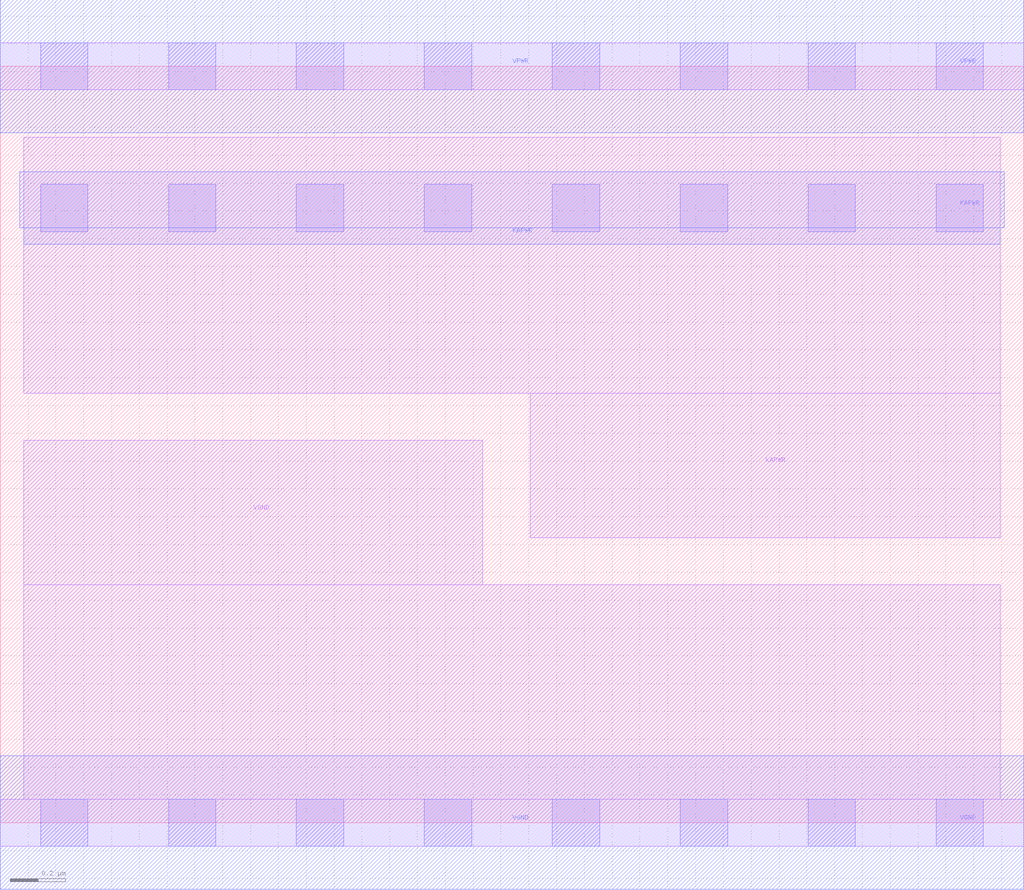
<source format=lef>
# Copyright 2020 The SkyWater PDK Authors
#
# Licensed under the Apache License, Version 2.0 (the "License");
# you may not use this file except in compliance with the License.
# You may obtain a copy of the License at
#
#     https://www.apache.org/licenses/LICENSE-2.0
#
# Unless required by applicable law or agreed to in writing, software
# distributed under the License is distributed on an "AS IS" BASIS,
# WITHOUT WARRANTIES OR CONDITIONS OF ANY KIND, either express or implied.
# See the License for the specific language governing permissions and
# limitations under the License.
#
# SPDX-License-Identifier: Apache-2.0

VERSION 5.7 ;
  NAMESCASESENSITIVE ON ;
  NOWIREEXTENSIONATPIN ON ;
  DIVIDERCHAR "/" ;
  BUSBITCHARS "[]" ;
UNITS
  DATABASE MICRONS 200 ;
END UNITS
MACRO sky130_fd_sc_hd__lpflow_decapkapwr_8
  CLASS CORE ;
  SOURCE USER ;
  FOREIGN sky130_fd_sc_hd__lpflow_decapkapwr_8 ;
  ORIGIN  0.000000  0.000000 ;
  SIZE  3.680000 BY  2.720000 ;
  SYMMETRY X Y R90 ;
  SITE unithd ;
  PIN KAPWR
    DIRECTION INOUT ;
    SHAPE ABUTMENT ;
    USE POWER ;
    PORT
      LAYER li1 ;
        RECT 0.085000 1.545000 3.595000 2.465000 ;
        RECT 1.905000 1.025000 3.595000 1.545000 ;
      LAYER mcon ;
        RECT 0.145000 2.125000 0.315000 2.295000 ;
        RECT 0.605000 2.125000 0.775000 2.295000 ;
        RECT 1.065000 2.125000 1.235000 2.295000 ;
        RECT 1.525000 2.125000 1.695000 2.295000 ;
        RECT 1.985000 2.125000 2.155000 2.295000 ;
        RECT 2.445000 2.125000 2.615000 2.295000 ;
        RECT 2.905000 2.125000 3.075000 2.295000 ;
        RECT 3.365000 2.125000 3.535000 2.295000 ;
      LAYER met1 ;
        RECT 0.070000 2.140000 3.610000 2.340000 ;
        RECT 0.085000 2.080000 3.595000 2.140000 ;
    END
  END KAPWR
  PIN VGND
    DIRECTION INOUT ;
    SHAPE ABUTMENT ;
    USE GROUND ;
    PORT
      LAYER li1 ;
        RECT 0.000000 -0.085000 3.680000 0.085000 ;
        RECT 0.085000  0.085000 3.595000 0.855000 ;
        RECT 0.085000  0.855000 1.735000 1.375000 ;
      LAYER mcon ;
        RECT 0.145000 -0.085000 0.315000 0.085000 ;
        RECT 0.605000 -0.085000 0.775000 0.085000 ;
        RECT 1.065000 -0.085000 1.235000 0.085000 ;
        RECT 1.525000 -0.085000 1.695000 0.085000 ;
        RECT 1.985000 -0.085000 2.155000 0.085000 ;
        RECT 2.445000 -0.085000 2.615000 0.085000 ;
        RECT 2.905000 -0.085000 3.075000 0.085000 ;
        RECT 3.365000 -0.085000 3.535000 0.085000 ;
      LAYER met1 ;
        RECT 0.000000 -0.240000 3.680000 0.240000 ;
    END
  END VGND
  PIN VPWR
    DIRECTION INOUT ;
    SHAPE ABUTMENT ;
    USE POWER ;
    PORT
      LAYER li1 ;
        RECT 0.000000 2.635000 3.680000 2.805000 ;
      LAYER mcon ;
        RECT 0.145000 2.635000 0.315000 2.805000 ;
        RECT 0.605000 2.635000 0.775000 2.805000 ;
        RECT 1.065000 2.635000 1.235000 2.805000 ;
        RECT 1.525000 2.635000 1.695000 2.805000 ;
        RECT 1.985000 2.635000 2.155000 2.805000 ;
        RECT 2.445000 2.635000 2.615000 2.805000 ;
        RECT 2.905000 2.635000 3.075000 2.805000 ;
        RECT 3.365000 2.635000 3.535000 2.805000 ;
      LAYER met1 ;
        RECT 0.000000 2.480000 3.680000 2.960000 ;
    END
  END VPWR
END sky130_fd_sc_hd__lpflow_decapkapwr_8
END LIBRARY

</source>
